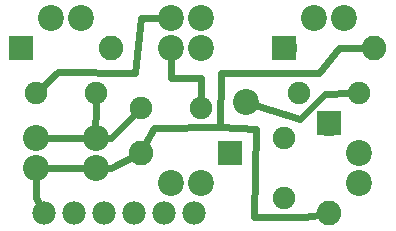
<source format=gbl>
G04 MADE WITH FRITZING*
G04 WWW.FRITZING.ORG*
G04 DOUBLE SIDED*
G04 HOLES PLATED*
G04 CONTOUR ON CENTER OF CONTOUR VECTOR*
%ASAXBY*%
%FSLAX23Y23*%
%MOIN*%
%OFA0B0*%
%SFA1.0B1.0*%
%ADD10C,0.086614*%
%ADD11C,0.052000*%
%ADD12C,0.082000*%
%ADD13C,0.075000*%
%ADD14C,0.078000*%
%ADD15R,0.082000X0.082000*%
%ADD16C,0.024000*%
%ADD17R,0.001000X0.001000*%
%LNCOPPER0*%
G90*
G70*
G54D10*
X537Y699D03*
X637Y699D03*
X787Y419D03*
X637Y599D03*
X537Y599D03*
X1015Y699D03*
X1115Y699D03*
X137Y699D03*
X237Y699D03*
X287Y199D03*
X287Y299D03*
X637Y149D03*
X537Y149D03*
X1165Y249D03*
X1165Y149D03*
X87Y199D03*
X87Y299D03*
G54D11*
X39Y599D03*
G54D12*
X337Y599D03*
G54D11*
X39Y599D03*
G54D12*
X337Y599D03*
X917Y599D03*
X1215Y599D03*
X917Y599D03*
X1215Y599D03*
X1065Y347D03*
X1065Y49D03*
X1065Y347D03*
X1065Y49D03*
X735Y249D03*
X437Y249D03*
X735Y249D03*
X437Y249D03*
G54D13*
X965Y449D03*
X1165Y449D03*
X965Y449D03*
X1165Y449D03*
X915Y299D03*
X915Y99D03*
X915Y299D03*
X915Y99D03*
X637Y399D03*
X437Y399D03*
X637Y399D03*
X437Y399D03*
X87Y449D03*
X287Y449D03*
X87Y449D03*
X287Y449D03*
G54D14*
X115Y49D03*
X215Y49D03*
X315Y49D03*
X415Y49D03*
X515Y49D03*
X615Y49D03*
G54D15*
X916Y599D03*
X916Y599D03*
X1065Y348D03*
X1065Y348D03*
X736Y249D03*
X736Y249D03*
G54D16*
X637Y498D02*
X537Y498D01*
D02*
X537Y498D02*
X537Y568D01*
D02*
X637Y428D02*
X637Y498D01*
D02*
X452Y278D02*
X482Y334D01*
D02*
X815Y36D02*
X982Y36D01*
D02*
X982Y36D02*
X1033Y44D01*
D02*
X822Y329D02*
X815Y36D01*
D02*
X702Y336D02*
X822Y329D01*
D02*
X482Y334D02*
X702Y336D01*
D02*
X88Y98D02*
X88Y168D01*
D02*
X101Y76D02*
X88Y98D01*
D02*
X337Y198D02*
X237Y200D01*
D02*
X409Y235D02*
X337Y198D01*
D02*
X237Y200D02*
X118Y200D01*
D02*
X337Y298D02*
X417Y379D01*
D02*
X286Y298D02*
X337Y298D01*
D02*
X118Y299D02*
X286Y298D01*
D02*
X286Y298D02*
X287Y421D01*
D02*
X419Y516D02*
X437Y700D01*
D02*
X437Y700D02*
X506Y700D01*
D02*
X162Y520D02*
X419Y516D01*
D02*
X108Y469D02*
X162Y520D01*
D02*
X704Y516D02*
X846Y516D01*
D02*
X1099Y600D02*
X1183Y600D01*
D02*
X1033Y516D02*
X1099Y600D01*
D02*
X846Y516D02*
X1033Y516D01*
D02*
X702Y336D02*
X704Y516D01*
D02*
X1051Y447D02*
X1136Y449D01*
D02*
X817Y410D02*
X968Y363D01*
D02*
X968Y363D02*
X1051Y447D01*
G54D17*
X0Y640D02*
X78Y640D01*
X0Y639D02*
X78Y639D01*
X0Y638D02*
X78Y638D01*
X0Y637D02*
X78Y637D01*
X0Y636D02*
X78Y636D01*
X0Y635D02*
X78Y635D01*
X0Y634D02*
X78Y634D01*
X0Y633D02*
X78Y633D01*
X0Y632D02*
X78Y632D01*
X0Y631D02*
X78Y631D01*
X0Y630D02*
X78Y630D01*
X0Y629D02*
X78Y629D01*
X0Y628D02*
X78Y628D01*
X0Y627D02*
X78Y627D01*
X0Y626D02*
X78Y626D01*
X0Y625D02*
X78Y625D01*
X0Y624D02*
X78Y624D01*
X0Y623D02*
X78Y623D01*
X0Y622D02*
X78Y622D01*
X0Y621D02*
X78Y621D01*
X0Y620D02*
X32Y620D01*
X45Y620D02*
X78Y620D01*
X0Y619D02*
X29Y619D01*
X48Y619D02*
X78Y619D01*
X0Y618D02*
X28Y618D01*
X50Y618D02*
X78Y618D01*
X0Y617D02*
X26Y617D01*
X51Y617D02*
X78Y617D01*
X0Y616D02*
X25Y616D01*
X52Y616D02*
X78Y616D01*
X0Y615D02*
X24Y615D01*
X54Y615D02*
X78Y615D01*
X0Y614D02*
X23Y614D01*
X55Y614D02*
X78Y614D01*
X0Y613D02*
X22Y613D01*
X55Y613D02*
X78Y613D01*
X0Y612D02*
X21Y612D01*
X56Y612D02*
X78Y612D01*
X0Y611D02*
X20Y611D01*
X57Y611D02*
X78Y611D01*
X0Y610D02*
X20Y610D01*
X58Y610D02*
X78Y610D01*
X0Y609D02*
X19Y609D01*
X58Y609D02*
X78Y609D01*
X0Y608D02*
X19Y608D01*
X59Y608D02*
X78Y608D01*
X0Y607D02*
X18Y607D01*
X59Y607D02*
X78Y607D01*
X0Y606D02*
X18Y606D01*
X59Y606D02*
X79Y606D01*
X0Y605D02*
X18Y605D01*
X59Y605D02*
X79Y605D01*
X0Y604D02*
X18Y604D01*
X59Y604D02*
X79Y604D01*
X0Y603D02*
X17Y603D01*
X59Y603D02*
X79Y603D01*
X0Y602D02*
X17Y602D01*
X59Y602D02*
X79Y602D01*
X0Y601D02*
X17Y601D01*
X59Y601D02*
X79Y601D01*
X0Y600D02*
X17Y600D01*
X59Y600D02*
X79Y600D01*
X0Y599D02*
X17Y599D01*
X59Y599D02*
X79Y599D01*
X0Y598D02*
X17Y598D01*
X59Y598D02*
X79Y598D01*
X0Y597D02*
X17Y597D01*
X59Y597D02*
X79Y597D01*
X0Y596D02*
X17Y596D01*
X59Y596D02*
X79Y596D01*
X0Y595D02*
X18Y595D01*
X59Y595D02*
X79Y595D01*
X0Y594D02*
X18Y594D01*
X59Y594D02*
X79Y594D01*
X0Y593D02*
X18Y593D01*
X59Y593D02*
X78Y593D01*
X0Y592D02*
X18Y592D01*
X59Y592D02*
X78Y592D01*
X0Y591D02*
X19Y591D01*
X58Y591D02*
X78Y591D01*
X0Y590D02*
X19Y590D01*
X58Y590D02*
X78Y590D01*
X0Y589D02*
X20Y589D01*
X57Y589D02*
X78Y589D01*
X0Y588D02*
X21Y588D01*
X57Y588D02*
X78Y588D01*
X0Y587D02*
X22Y587D01*
X56Y587D02*
X78Y587D01*
X0Y586D02*
X22Y586D01*
X55Y586D02*
X78Y586D01*
X0Y585D02*
X23Y585D01*
X54Y585D02*
X78Y585D01*
X0Y584D02*
X24Y584D01*
X53Y584D02*
X78Y584D01*
X0Y583D02*
X26Y583D01*
X52Y583D02*
X78Y583D01*
X0Y582D02*
X27Y582D01*
X51Y582D02*
X78Y582D01*
X0Y581D02*
X29Y581D01*
X49Y581D02*
X78Y581D01*
X0Y580D02*
X31Y580D01*
X47Y580D02*
X78Y580D01*
X0Y579D02*
X35Y579D01*
X42Y579D02*
X78Y579D01*
X0Y578D02*
X78Y578D01*
X0Y577D02*
X78Y577D01*
X0Y576D02*
X78Y576D01*
X0Y575D02*
X78Y575D01*
X0Y574D02*
X78Y574D01*
X0Y573D02*
X78Y573D01*
X0Y572D02*
X78Y572D01*
X0Y571D02*
X78Y571D01*
X0Y570D02*
X78Y570D01*
X0Y569D02*
X78Y569D01*
X0Y568D02*
X78Y568D01*
X0Y567D02*
X78Y567D01*
X0Y566D02*
X78Y566D01*
X0Y565D02*
X78Y565D01*
X0Y564D02*
X78Y564D01*
X0Y563D02*
X78Y563D01*
X0Y562D02*
X78Y562D01*
X0Y561D02*
X78Y561D01*
X0Y560D02*
X78Y560D01*
X0Y559D02*
X78Y559D01*
D02*
G04 End of Copper0*
M02*
</source>
